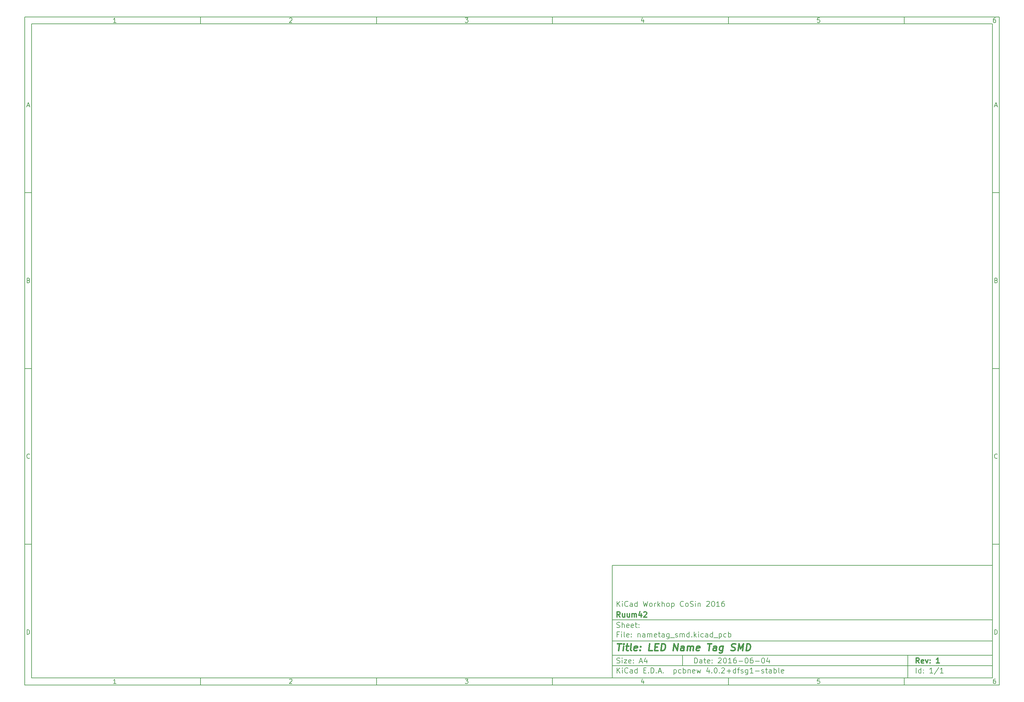
<source format=gbr>
G04 #@! TF.FileFunction,Paste,Bot*
%FSLAX46Y46*%
G04 Gerber Fmt 4.6, Leading zero omitted, Abs format (unit mm)*
G04 Created by KiCad (PCBNEW 4.0.2+dfsg1-stable) date Wed 08 Jun 2016 02:12:19 CEST*
%MOMM*%
G01*
G04 APERTURE LIST*
%ADD10C,0.100000*%
%ADD11C,0.150000*%
%ADD12C,0.300000*%
%ADD13C,0.400000*%
G04 APERTURE END LIST*
D10*
D11*
X177002200Y-166007200D02*
X177002200Y-198007200D01*
X285002200Y-198007200D01*
X285002200Y-166007200D01*
X177002200Y-166007200D01*
D10*
D11*
X10000000Y-10000000D02*
X10000000Y-200007200D01*
X287002200Y-200007200D01*
X287002200Y-10000000D01*
X10000000Y-10000000D01*
D10*
D11*
X12000000Y-12000000D02*
X12000000Y-198007200D01*
X285002200Y-198007200D01*
X285002200Y-12000000D01*
X12000000Y-12000000D01*
D10*
D11*
X60000000Y-12000000D02*
X60000000Y-10000000D01*
D10*
D11*
X110000000Y-12000000D02*
X110000000Y-10000000D01*
D10*
D11*
X160000000Y-12000000D02*
X160000000Y-10000000D01*
D10*
D11*
X210000000Y-12000000D02*
X210000000Y-10000000D01*
D10*
D11*
X260000000Y-12000000D02*
X260000000Y-10000000D01*
D10*
D11*
X35990476Y-11588095D02*
X35247619Y-11588095D01*
X35619048Y-11588095D02*
X35619048Y-10288095D01*
X35495238Y-10473810D01*
X35371429Y-10597619D01*
X35247619Y-10659524D01*
D10*
D11*
X85247619Y-10411905D02*
X85309524Y-10350000D01*
X85433333Y-10288095D01*
X85742857Y-10288095D01*
X85866667Y-10350000D01*
X85928571Y-10411905D01*
X85990476Y-10535714D01*
X85990476Y-10659524D01*
X85928571Y-10845238D01*
X85185714Y-11588095D01*
X85990476Y-11588095D01*
D10*
D11*
X135185714Y-10288095D02*
X135990476Y-10288095D01*
X135557143Y-10783333D01*
X135742857Y-10783333D01*
X135866667Y-10845238D01*
X135928571Y-10907143D01*
X135990476Y-11030952D01*
X135990476Y-11340476D01*
X135928571Y-11464286D01*
X135866667Y-11526190D01*
X135742857Y-11588095D01*
X135371429Y-11588095D01*
X135247619Y-11526190D01*
X135185714Y-11464286D01*
D10*
D11*
X185866667Y-10721429D02*
X185866667Y-11588095D01*
X185557143Y-10226190D02*
X185247619Y-11154762D01*
X186052381Y-11154762D01*
D10*
D11*
X235928571Y-10288095D02*
X235309524Y-10288095D01*
X235247619Y-10907143D01*
X235309524Y-10845238D01*
X235433333Y-10783333D01*
X235742857Y-10783333D01*
X235866667Y-10845238D01*
X235928571Y-10907143D01*
X235990476Y-11030952D01*
X235990476Y-11340476D01*
X235928571Y-11464286D01*
X235866667Y-11526190D01*
X235742857Y-11588095D01*
X235433333Y-11588095D01*
X235309524Y-11526190D01*
X235247619Y-11464286D01*
D10*
D11*
X285866667Y-10288095D02*
X285619048Y-10288095D01*
X285495238Y-10350000D01*
X285433333Y-10411905D01*
X285309524Y-10597619D01*
X285247619Y-10845238D01*
X285247619Y-11340476D01*
X285309524Y-11464286D01*
X285371429Y-11526190D01*
X285495238Y-11588095D01*
X285742857Y-11588095D01*
X285866667Y-11526190D01*
X285928571Y-11464286D01*
X285990476Y-11340476D01*
X285990476Y-11030952D01*
X285928571Y-10907143D01*
X285866667Y-10845238D01*
X285742857Y-10783333D01*
X285495238Y-10783333D01*
X285371429Y-10845238D01*
X285309524Y-10907143D01*
X285247619Y-11030952D01*
D10*
D11*
X60000000Y-198007200D02*
X60000000Y-200007200D01*
D10*
D11*
X110000000Y-198007200D02*
X110000000Y-200007200D01*
D10*
D11*
X160000000Y-198007200D02*
X160000000Y-200007200D01*
D10*
D11*
X210000000Y-198007200D02*
X210000000Y-200007200D01*
D10*
D11*
X260000000Y-198007200D02*
X260000000Y-200007200D01*
D10*
D11*
X35990476Y-199595295D02*
X35247619Y-199595295D01*
X35619048Y-199595295D02*
X35619048Y-198295295D01*
X35495238Y-198481010D01*
X35371429Y-198604819D01*
X35247619Y-198666724D01*
D10*
D11*
X85247619Y-198419105D02*
X85309524Y-198357200D01*
X85433333Y-198295295D01*
X85742857Y-198295295D01*
X85866667Y-198357200D01*
X85928571Y-198419105D01*
X85990476Y-198542914D01*
X85990476Y-198666724D01*
X85928571Y-198852438D01*
X85185714Y-199595295D01*
X85990476Y-199595295D01*
D10*
D11*
X135185714Y-198295295D02*
X135990476Y-198295295D01*
X135557143Y-198790533D01*
X135742857Y-198790533D01*
X135866667Y-198852438D01*
X135928571Y-198914343D01*
X135990476Y-199038152D01*
X135990476Y-199347676D01*
X135928571Y-199471486D01*
X135866667Y-199533390D01*
X135742857Y-199595295D01*
X135371429Y-199595295D01*
X135247619Y-199533390D01*
X135185714Y-199471486D01*
D10*
D11*
X185866667Y-198728629D02*
X185866667Y-199595295D01*
X185557143Y-198233390D02*
X185247619Y-199161962D01*
X186052381Y-199161962D01*
D10*
D11*
X235928571Y-198295295D02*
X235309524Y-198295295D01*
X235247619Y-198914343D01*
X235309524Y-198852438D01*
X235433333Y-198790533D01*
X235742857Y-198790533D01*
X235866667Y-198852438D01*
X235928571Y-198914343D01*
X235990476Y-199038152D01*
X235990476Y-199347676D01*
X235928571Y-199471486D01*
X235866667Y-199533390D01*
X235742857Y-199595295D01*
X235433333Y-199595295D01*
X235309524Y-199533390D01*
X235247619Y-199471486D01*
D10*
D11*
X285866667Y-198295295D02*
X285619048Y-198295295D01*
X285495238Y-198357200D01*
X285433333Y-198419105D01*
X285309524Y-198604819D01*
X285247619Y-198852438D01*
X285247619Y-199347676D01*
X285309524Y-199471486D01*
X285371429Y-199533390D01*
X285495238Y-199595295D01*
X285742857Y-199595295D01*
X285866667Y-199533390D01*
X285928571Y-199471486D01*
X285990476Y-199347676D01*
X285990476Y-199038152D01*
X285928571Y-198914343D01*
X285866667Y-198852438D01*
X285742857Y-198790533D01*
X285495238Y-198790533D01*
X285371429Y-198852438D01*
X285309524Y-198914343D01*
X285247619Y-199038152D01*
D10*
D11*
X10000000Y-60000000D02*
X12000000Y-60000000D01*
D10*
D11*
X10000000Y-110000000D02*
X12000000Y-110000000D01*
D10*
D11*
X10000000Y-160000000D02*
X12000000Y-160000000D01*
D10*
D11*
X10690476Y-35216667D02*
X11309524Y-35216667D01*
X10566667Y-35588095D02*
X11000000Y-34288095D01*
X11433333Y-35588095D01*
D10*
D11*
X11092857Y-84907143D02*
X11278571Y-84969048D01*
X11340476Y-85030952D01*
X11402381Y-85154762D01*
X11402381Y-85340476D01*
X11340476Y-85464286D01*
X11278571Y-85526190D01*
X11154762Y-85588095D01*
X10659524Y-85588095D01*
X10659524Y-84288095D01*
X11092857Y-84288095D01*
X11216667Y-84350000D01*
X11278571Y-84411905D01*
X11340476Y-84535714D01*
X11340476Y-84659524D01*
X11278571Y-84783333D01*
X11216667Y-84845238D01*
X11092857Y-84907143D01*
X10659524Y-84907143D01*
D10*
D11*
X11402381Y-135464286D02*
X11340476Y-135526190D01*
X11154762Y-135588095D01*
X11030952Y-135588095D01*
X10845238Y-135526190D01*
X10721429Y-135402381D01*
X10659524Y-135278571D01*
X10597619Y-135030952D01*
X10597619Y-134845238D01*
X10659524Y-134597619D01*
X10721429Y-134473810D01*
X10845238Y-134350000D01*
X11030952Y-134288095D01*
X11154762Y-134288095D01*
X11340476Y-134350000D01*
X11402381Y-134411905D01*
D10*
D11*
X10659524Y-185588095D02*
X10659524Y-184288095D01*
X10969048Y-184288095D01*
X11154762Y-184350000D01*
X11278571Y-184473810D01*
X11340476Y-184597619D01*
X11402381Y-184845238D01*
X11402381Y-185030952D01*
X11340476Y-185278571D01*
X11278571Y-185402381D01*
X11154762Y-185526190D01*
X10969048Y-185588095D01*
X10659524Y-185588095D01*
D10*
D11*
X287002200Y-60000000D02*
X285002200Y-60000000D01*
D10*
D11*
X287002200Y-110000000D02*
X285002200Y-110000000D01*
D10*
D11*
X287002200Y-160000000D02*
X285002200Y-160000000D01*
D10*
D11*
X285692676Y-35216667D02*
X286311724Y-35216667D01*
X285568867Y-35588095D02*
X286002200Y-34288095D01*
X286435533Y-35588095D01*
D10*
D11*
X286095057Y-84907143D02*
X286280771Y-84969048D01*
X286342676Y-85030952D01*
X286404581Y-85154762D01*
X286404581Y-85340476D01*
X286342676Y-85464286D01*
X286280771Y-85526190D01*
X286156962Y-85588095D01*
X285661724Y-85588095D01*
X285661724Y-84288095D01*
X286095057Y-84288095D01*
X286218867Y-84350000D01*
X286280771Y-84411905D01*
X286342676Y-84535714D01*
X286342676Y-84659524D01*
X286280771Y-84783333D01*
X286218867Y-84845238D01*
X286095057Y-84907143D01*
X285661724Y-84907143D01*
D10*
D11*
X286404581Y-135464286D02*
X286342676Y-135526190D01*
X286156962Y-135588095D01*
X286033152Y-135588095D01*
X285847438Y-135526190D01*
X285723629Y-135402381D01*
X285661724Y-135278571D01*
X285599819Y-135030952D01*
X285599819Y-134845238D01*
X285661724Y-134597619D01*
X285723629Y-134473810D01*
X285847438Y-134350000D01*
X286033152Y-134288095D01*
X286156962Y-134288095D01*
X286342676Y-134350000D01*
X286404581Y-134411905D01*
D10*
D11*
X285661724Y-185588095D02*
X285661724Y-184288095D01*
X285971248Y-184288095D01*
X286156962Y-184350000D01*
X286280771Y-184473810D01*
X286342676Y-184597619D01*
X286404581Y-184845238D01*
X286404581Y-185030952D01*
X286342676Y-185278571D01*
X286280771Y-185402381D01*
X286156962Y-185526190D01*
X285971248Y-185588095D01*
X285661724Y-185588095D01*
D10*
D11*
X200359343Y-193785771D02*
X200359343Y-192285771D01*
X200716486Y-192285771D01*
X200930771Y-192357200D01*
X201073629Y-192500057D01*
X201145057Y-192642914D01*
X201216486Y-192928629D01*
X201216486Y-193142914D01*
X201145057Y-193428629D01*
X201073629Y-193571486D01*
X200930771Y-193714343D01*
X200716486Y-193785771D01*
X200359343Y-193785771D01*
X202502200Y-193785771D02*
X202502200Y-193000057D01*
X202430771Y-192857200D01*
X202287914Y-192785771D01*
X202002200Y-192785771D01*
X201859343Y-192857200D01*
X202502200Y-193714343D02*
X202359343Y-193785771D01*
X202002200Y-193785771D01*
X201859343Y-193714343D01*
X201787914Y-193571486D01*
X201787914Y-193428629D01*
X201859343Y-193285771D01*
X202002200Y-193214343D01*
X202359343Y-193214343D01*
X202502200Y-193142914D01*
X203002200Y-192785771D02*
X203573629Y-192785771D01*
X203216486Y-192285771D02*
X203216486Y-193571486D01*
X203287914Y-193714343D01*
X203430772Y-193785771D01*
X203573629Y-193785771D01*
X204645057Y-193714343D02*
X204502200Y-193785771D01*
X204216486Y-193785771D01*
X204073629Y-193714343D01*
X204002200Y-193571486D01*
X204002200Y-193000057D01*
X204073629Y-192857200D01*
X204216486Y-192785771D01*
X204502200Y-192785771D01*
X204645057Y-192857200D01*
X204716486Y-193000057D01*
X204716486Y-193142914D01*
X204002200Y-193285771D01*
X205359343Y-193642914D02*
X205430771Y-193714343D01*
X205359343Y-193785771D01*
X205287914Y-193714343D01*
X205359343Y-193642914D01*
X205359343Y-193785771D01*
X205359343Y-192857200D02*
X205430771Y-192928629D01*
X205359343Y-193000057D01*
X205287914Y-192928629D01*
X205359343Y-192857200D01*
X205359343Y-193000057D01*
X207145057Y-192428629D02*
X207216486Y-192357200D01*
X207359343Y-192285771D01*
X207716486Y-192285771D01*
X207859343Y-192357200D01*
X207930772Y-192428629D01*
X208002200Y-192571486D01*
X208002200Y-192714343D01*
X207930772Y-192928629D01*
X207073629Y-193785771D01*
X208002200Y-193785771D01*
X208930771Y-192285771D02*
X209073628Y-192285771D01*
X209216485Y-192357200D01*
X209287914Y-192428629D01*
X209359343Y-192571486D01*
X209430771Y-192857200D01*
X209430771Y-193214343D01*
X209359343Y-193500057D01*
X209287914Y-193642914D01*
X209216485Y-193714343D01*
X209073628Y-193785771D01*
X208930771Y-193785771D01*
X208787914Y-193714343D01*
X208716485Y-193642914D01*
X208645057Y-193500057D01*
X208573628Y-193214343D01*
X208573628Y-192857200D01*
X208645057Y-192571486D01*
X208716485Y-192428629D01*
X208787914Y-192357200D01*
X208930771Y-192285771D01*
X210859342Y-193785771D02*
X210002199Y-193785771D01*
X210430771Y-193785771D02*
X210430771Y-192285771D01*
X210287914Y-192500057D01*
X210145056Y-192642914D01*
X210002199Y-192714343D01*
X212145056Y-192285771D02*
X211859342Y-192285771D01*
X211716485Y-192357200D01*
X211645056Y-192428629D01*
X211502199Y-192642914D01*
X211430770Y-192928629D01*
X211430770Y-193500057D01*
X211502199Y-193642914D01*
X211573627Y-193714343D01*
X211716485Y-193785771D01*
X212002199Y-193785771D01*
X212145056Y-193714343D01*
X212216485Y-193642914D01*
X212287913Y-193500057D01*
X212287913Y-193142914D01*
X212216485Y-193000057D01*
X212145056Y-192928629D01*
X212002199Y-192857200D01*
X211716485Y-192857200D01*
X211573627Y-192928629D01*
X211502199Y-193000057D01*
X211430770Y-193142914D01*
X212930770Y-193214343D02*
X214073627Y-193214343D01*
X215073627Y-192285771D02*
X215216484Y-192285771D01*
X215359341Y-192357200D01*
X215430770Y-192428629D01*
X215502199Y-192571486D01*
X215573627Y-192857200D01*
X215573627Y-193214343D01*
X215502199Y-193500057D01*
X215430770Y-193642914D01*
X215359341Y-193714343D01*
X215216484Y-193785771D01*
X215073627Y-193785771D01*
X214930770Y-193714343D01*
X214859341Y-193642914D01*
X214787913Y-193500057D01*
X214716484Y-193214343D01*
X214716484Y-192857200D01*
X214787913Y-192571486D01*
X214859341Y-192428629D01*
X214930770Y-192357200D01*
X215073627Y-192285771D01*
X216859341Y-192285771D02*
X216573627Y-192285771D01*
X216430770Y-192357200D01*
X216359341Y-192428629D01*
X216216484Y-192642914D01*
X216145055Y-192928629D01*
X216145055Y-193500057D01*
X216216484Y-193642914D01*
X216287912Y-193714343D01*
X216430770Y-193785771D01*
X216716484Y-193785771D01*
X216859341Y-193714343D01*
X216930770Y-193642914D01*
X217002198Y-193500057D01*
X217002198Y-193142914D01*
X216930770Y-193000057D01*
X216859341Y-192928629D01*
X216716484Y-192857200D01*
X216430770Y-192857200D01*
X216287912Y-192928629D01*
X216216484Y-193000057D01*
X216145055Y-193142914D01*
X217645055Y-193214343D02*
X218787912Y-193214343D01*
X219787912Y-192285771D02*
X219930769Y-192285771D01*
X220073626Y-192357200D01*
X220145055Y-192428629D01*
X220216484Y-192571486D01*
X220287912Y-192857200D01*
X220287912Y-193214343D01*
X220216484Y-193500057D01*
X220145055Y-193642914D01*
X220073626Y-193714343D01*
X219930769Y-193785771D01*
X219787912Y-193785771D01*
X219645055Y-193714343D01*
X219573626Y-193642914D01*
X219502198Y-193500057D01*
X219430769Y-193214343D01*
X219430769Y-192857200D01*
X219502198Y-192571486D01*
X219573626Y-192428629D01*
X219645055Y-192357200D01*
X219787912Y-192285771D01*
X221573626Y-192785771D02*
X221573626Y-193785771D01*
X221216483Y-192214343D02*
X220859340Y-193285771D01*
X221787912Y-193285771D01*
D10*
D11*
X177002200Y-194507200D02*
X285002200Y-194507200D01*
D10*
D11*
X178359343Y-196585771D02*
X178359343Y-195085771D01*
X179216486Y-196585771D02*
X178573629Y-195728629D01*
X179216486Y-195085771D02*
X178359343Y-195942914D01*
X179859343Y-196585771D02*
X179859343Y-195585771D01*
X179859343Y-195085771D02*
X179787914Y-195157200D01*
X179859343Y-195228629D01*
X179930771Y-195157200D01*
X179859343Y-195085771D01*
X179859343Y-195228629D01*
X181430772Y-196442914D02*
X181359343Y-196514343D01*
X181145057Y-196585771D01*
X181002200Y-196585771D01*
X180787915Y-196514343D01*
X180645057Y-196371486D01*
X180573629Y-196228629D01*
X180502200Y-195942914D01*
X180502200Y-195728629D01*
X180573629Y-195442914D01*
X180645057Y-195300057D01*
X180787915Y-195157200D01*
X181002200Y-195085771D01*
X181145057Y-195085771D01*
X181359343Y-195157200D01*
X181430772Y-195228629D01*
X182716486Y-196585771D02*
X182716486Y-195800057D01*
X182645057Y-195657200D01*
X182502200Y-195585771D01*
X182216486Y-195585771D01*
X182073629Y-195657200D01*
X182716486Y-196514343D02*
X182573629Y-196585771D01*
X182216486Y-196585771D01*
X182073629Y-196514343D01*
X182002200Y-196371486D01*
X182002200Y-196228629D01*
X182073629Y-196085771D01*
X182216486Y-196014343D01*
X182573629Y-196014343D01*
X182716486Y-195942914D01*
X184073629Y-196585771D02*
X184073629Y-195085771D01*
X184073629Y-196514343D02*
X183930772Y-196585771D01*
X183645058Y-196585771D01*
X183502200Y-196514343D01*
X183430772Y-196442914D01*
X183359343Y-196300057D01*
X183359343Y-195871486D01*
X183430772Y-195728629D01*
X183502200Y-195657200D01*
X183645058Y-195585771D01*
X183930772Y-195585771D01*
X184073629Y-195657200D01*
X185930772Y-195800057D02*
X186430772Y-195800057D01*
X186645058Y-196585771D02*
X185930772Y-196585771D01*
X185930772Y-195085771D01*
X186645058Y-195085771D01*
X187287915Y-196442914D02*
X187359343Y-196514343D01*
X187287915Y-196585771D01*
X187216486Y-196514343D01*
X187287915Y-196442914D01*
X187287915Y-196585771D01*
X188002201Y-196585771D02*
X188002201Y-195085771D01*
X188359344Y-195085771D01*
X188573629Y-195157200D01*
X188716487Y-195300057D01*
X188787915Y-195442914D01*
X188859344Y-195728629D01*
X188859344Y-195942914D01*
X188787915Y-196228629D01*
X188716487Y-196371486D01*
X188573629Y-196514343D01*
X188359344Y-196585771D01*
X188002201Y-196585771D01*
X189502201Y-196442914D02*
X189573629Y-196514343D01*
X189502201Y-196585771D01*
X189430772Y-196514343D01*
X189502201Y-196442914D01*
X189502201Y-196585771D01*
X190145058Y-196157200D02*
X190859344Y-196157200D01*
X190002201Y-196585771D02*
X190502201Y-195085771D01*
X191002201Y-196585771D01*
X191502201Y-196442914D02*
X191573629Y-196514343D01*
X191502201Y-196585771D01*
X191430772Y-196514343D01*
X191502201Y-196442914D01*
X191502201Y-196585771D01*
X194502201Y-195585771D02*
X194502201Y-197085771D01*
X194502201Y-195657200D02*
X194645058Y-195585771D01*
X194930772Y-195585771D01*
X195073629Y-195657200D01*
X195145058Y-195728629D01*
X195216487Y-195871486D01*
X195216487Y-196300057D01*
X195145058Y-196442914D01*
X195073629Y-196514343D01*
X194930772Y-196585771D01*
X194645058Y-196585771D01*
X194502201Y-196514343D01*
X196502201Y-196514343D02*
X196359344Y-196585771D01*
X196073630Y-196585771D01*
X195930772Y-196514343D01*
X195859344Y-196442914D01*
X195787915Y-196300057D01*
X195787915Y-195871486D01*
X195859344Y-195728629D01*
X195930772Y-195657200D01*
X196073630Y-195585771D01*
X196359344Y-195585771D01*
X196502201Y-195657200D01*
X197145058Y-196585771D02*
X197145058Y-195085771D01*
X197145058Y-195657200D02*
X197287915Y-195585771D01*
X197573629Y-195585771D01*
X197716486Y-195657200D01*
X197787915Y-195728629D01*
X197859344Y-195871486D01*
X197859344Y-196300057D01*
X197787915Y-196442914D01*
X197716486Y-196514343D01*
X197573629Y-196585771D01*
X197287915Y-196585771D01*
X197145058Y-196514343D01*
X198502201Y-195585771D02*
X198502201Y-196585771D01*
X198502201Y-195728629D02*
X198573629Y-195657200D01*
X198716487Y-195585771D01*
X198930772Y-195585771D01*
X199073629Y-195657200D01*
X199145058Y-195800057D01*
X199145058Y-196585771D01*
X200430772Y-196514343D02*
X200287915Y-196585771D01*
X200002201Y-196585771D01*
X199859344Y-196514343D01*
X199787915Y-196371486D01*
X199787915Y-195800057D01*
X199859344Y-195657200D01*
X200002201Y-195585771D01*
X200287915Y-195585771D01*
X200430772Y-195657200D01*
X200502201Y-195800057D01*
X200502201Y-195942914D01*
X199787915Y-196085771D01*
X201002201Y-195585771D02*
X201287915Y-196585771D01*
X201573629Y-195871486D01*
X201859344Y-196585771D01*
X202145058Y-195585771D01*
X204502201Y-195585771D02*
X204502201Y-196585771D01*
X204145058Y-195014343D02*
X203787915Y-196085771D01*
X204716487Y-196085771D01*
X205287915Y-196442914D02*
X205359343Y-196514343D01*
X205287915Y-196585771D01*
X205216486Y-196514343D01*
X205287915Y-196442914D01*
X205287915Y-196585771D01*
X206287915Y-195085771D02*
X206430772Y-195085771D01*
X206573629Y-195157200D01*
X206645058Y-195228629D01*
X206716487Y-195371486D01*
X206787915Y-195657200D01*
X206787915Y-196014343D01*
X206716487Y-196300057D01*
X206645058Y-196442914D01*
X206573629Y-196514343D01*
X206430772Y-196585771D01*
X206287915Y-196585771D01*
X206145058Y-196514343D01*
X206073629Y-196442914D01*
X206002201Y-196300057D01*
X205930772Y-196014343D01*
X205930772Y-195657200D01*
X206002201Y-195371486D01*
X206073629Y-195228629D01*
X206145058Y-195157200D01*
X206287915Y-195085771D01*
X207430772Y-196442914D02*
X207502200Y-196514343D01*
X207430772Y-196585771D01*
X207359343Y-196514343D01*
X207430772Y-196442914D01*
X207430772Y-196585771D01*
X208073629Y-195228629D02*
X208145058Y-195157200D01*
X208287915Y-195085771D01*
X208645058Y-195085771D01*
X208787915Y-195157200D01*
X208859344Y-195228629D01*
X208930772Y-195371486D01*
X208930772Y-195514343D01*
X208859344Y-195728629D01*
X208002201Y-196585771D01*
X208930772Y-196585771D01*
X209573629Y-196014343D02*
X210716486Y-196014343D01*
X210145057Y-196585771D02*
X210145057Y-195442914D01*
X212073629Y-196585771D02*
X212073629Y-195085771D01*
X212073629Y-196514343D02*
X211930772Y-196585771D01*
X211645058Y-196585771D01*
X211502200Y-196514343D01*
X211430772Y-196442914D01*
X211359343Y-196300057D01*
X211359343Y-195871486D01*
X211430772Y-195728629D01*
X211502200Y-195657200D01*
X211645058Y-195585771D01*
X211930772Y-195585771D01*
X212073629Y-195657200D01*
X212573629Y-195585771D02*
X213145058Y-195585771D01*
X212787915Y-196585771D02*
X212787915Y-195300057D01*
X212859343Y-195157200D01*
X213002201Y-195085771D01*
X213145058Y-195085771D01*
X213573629Y-196514343D02*
X213716486Y-196585771D01*
X214002201Y-196585771D01*
X214145058Y-196514343D01*
X214216486Y-196371486D01*
X214216486Y-196300057D01*
X214145058Y-196157200D01*
X214002201Y-196085771D01*
X213787915Y-196085771D01*
X213645058Y-196014343D01*
X213573629Y-195871486D01*
X213573629Y-195800057D01*
X213645058Y-195657200D01*
X213787915Y-195585771D01*
X214002201Y-195585771D01*
X214145058Y-195657200D01*
X215502201Y-195585771D02*
X215502201Y-196800057D01*
X215430772Y-196942914D01*
X215359344Y-197014343D01*
X215216487Y-197085771D01*
X215002201Y-197085771D01*
X214859344Y-197014343D01*
X215502201Y-196514343D02*
X215359344Y-196585771D01*
X215073630Y-196585771D01*
X214930772Y-196514343D01*
X214859344Y-196442914D01*
X214787915Y-196300057D01*
X214787915Y-195871486D01*
X214859344Y-195728629D01*
X214930772Y-195657200D01*
X215073630Y-195585771D01*
X215359344Y-195585771D01*
X215502201Y-195657200D01*
X217002201Y-196585771D02*
X216145058Y-196585771D01*
X216573630Y-196585771D02*
X216573630Y-195085771D01*
X216430773Y-195300057D01*
X216287915Y-195442914D01*
X216145058Y-195514343D01*
X217645058Y-196014343D02*
X218787915Y-196014343D01*
X219430772Y-196514343D02*
X219573629Y-196585771D01*
X219859344Y-196585771D01*
X220002201Y-196514343D01*
X220073629Y-196371486D01*
X220073629Y-196300057D01*
X220002201Y-196157200D01*
X219859344Y-196085771D01*
X219645058Y-196085771D01*
X219502201Y-196014343D01*
X219430772Y-195871486D01*
X219430772Y-195800057D01*
X219502201Y-195657200D01*
X219645058Y-195585771D01*
X219859344Y-195585771D01*
X220002201Y-195657200D01*
X220502201Y-195585771D02*
X221073630Y-195585771D01*
X220716487Y-195085771D02*
X220716487Y-196371486D01*
X220787915Y-196514343D01*
X220930773Y-196585771D01*
X221073630Y-196585771D01*
X222216487Y-196585771D02*
X222216487Y-195800057D01*
X222145058Y-195657200D01*
X222002201Y-195585771D01*
X221716487Y-195585771D01*
X221573630Y-195657200D01*
X222216487Y-196514343D02*
X222073630Y-196585771D01*
X221716487Y-196585771D01*
X221573630Y-196514343D01*
X221502201Y-196371486D01*
X221502201Y-196228629D01*
X221573630Y-196085771D01*
X221716487Y-196014343D01*
X222073630Y-196014343D01*
X222216487Y-195942914D01*
X222930773Y-196585771D02*
X222930773Y-195085771D01*
X222930773Y-195657200D02*
X223073630Y-195585771D01*
X223359344Y-195585771D01*
X223502201Y-195657200D01*
X223573630Y-195728629D01*
X223645059Y-195871486D01*
X223645059Y-196300057D01*
X223573630Y-196442914D01*
X223502201Y-196514343D01*
X223359344Y-196585771D01*
X223073630Y-196585771D01*
X222930773Y-196514343D01*
X224502202Y-196585771D02*
X224359344Y-196514343D01*
X224287916Y-196371486D01*
X224287916Y-195085771D01*
X225645058Y-196514343D02*
X225502201Y-196585771D01*
X225216487Y-196585771D01*
X225073630Y-196514343D01*
X225002201Y-196371486D01*
X225002201Y-195800057D01*
X225073630Y-195657200D01*
X225216487Y-195585771D01*
X225502201Y-195585771D01*
X225645058Y-195657200D01*
X225716487Y-195800057D01*
X225716487Y-195942914D01*
X225002201Y-196085771D01*
D10*
D11*
X177002200Y-191507200D02*
X285002200Y-191507200D01*
D10*
D12*
X264216486Y-193785771D02*
X263716486Y-193071486D01*
X263359343Y-193785771D02*
X263359343Y-192285771D01*
X263930771Y-192285771D01*
X264073629Y-192357200D01*
X264145057Y-192428629D01*
X264216486Y-192571486D01*
X264216486Y-192785771D01*
X264145057Y-192928629D01*
X264073629Y-193000057D01*
X263930771Y-193071486D01*
X263359343Y-193071486D01*
X265430771Y-193714343D02*
X265287914Y-193785771D01*
X265002200Y-193785771D01*
X264859343Y-193714343D01*
X264787914Y-193571486D01*
X264787914Y-193000057D01*
X264859343Y-192857200D01*
X265002200Y-192785771D01*
X265287914Y-192785771D01*
X265430771Y-192857200D01*
X265502200Y-193000057D01*
X265502200Y-193142914D01*
X264787914Y-193285771D01*
X266002200Y-192785771D02*
X266359343Y-193785771D01*
X266716485Y-192785771D01*
X267287914Y-193642914D02*
X267359342Y-193714343D01*
X267287914Y-193785771D01*
X267216485Y-193714343D01*
X267287914Y-193642914D01*
X267287914Y-193785771D01*
X267287914Y-192857200D02*
X267359342Y-192928629D01*
X267287914Y-193000057D01*
X267216485Y-192928629D01*
X267287914Y-192857200D01*
X267287914Y-193000057D01*
X269930771Y-193785771D02*
X269073628Y-193785771D01*
X269502200Y-193785771D02*
X269502200Y-192285771D01*
X269359343Y-192500057D01*
X269216485Y-192642914D01*
X269073628Y-192714343D01*
D10*
D11*
X178287914Y-193714343D02*
X178502200Y-193785771D01*
X178859343Y-193785771D01*
X179002200Y-193714343D01*
X179073629Y-193642914D01*
X179145057Y-193500057D01*
X179145057Y-193357200D01*
X179073629Y-193214343D01*
X179002200Y-193142914D01*
X178859343Y-193071486D01*
X178573629Y-193000057D01*
X178430771Y-192928629D01*
X178359343Y-192857200D01*
X178287914Y-192714343D01*
X178287914Y-192571486D01*
X178359343Y-192428629D01*
X178430771Y-192357200D01*
X178573629Y-192285771D01*
X178930771Y-192285771D01*
X179145057Y-192357200D01*
X179787914Y-193785771D02*
X179787914Y-192785771D01*
X179787914Y-192285771D02*
X179716485Y-192357200D01*
X179787914Y-192428629D01*
X179859342Y-192357200D01*
X179787914Y-192285771D01*
X179787914Y-192428629D01*
X180359343Y-192785771D02*
X181145057Y-192785771D01*
X180359343Y-193785771D01*
X181145057Y-193785771D01*
X182287914Y-193714343D02*
X182145057Y-193785771D01*
X181859343Y-193785771D01*
X181716486Y-193714343D01*
X181645057Y-193571486D01*
X181645057Y-193000057D01*
X181716486Y-192857200D01*
X181859343Y-192785771D01*
X182145057Y-192785771D01*
X182287914Y-192857200D01*
X182359343Y-193000057D01*
X182359343Y-193142914D01*
X181645057Y-193285771D01*
X183002200Y-193642914D02*
X183073628Y-193714343D01*
X183002200Y-193785771D01*
X182930771Y-193714343D01*
X183002200Y-193642914D01*
X183002200Y-193785771D01*
X183002200Y-192857200D02*
X183073628Y-192928629D01*
X183002200Y-193000057D01*
X182930771Y-192928629D01*
X183002200Y-192857200D01*
X183002200Y-193000057D01*
X184787914Y-193357200D02*
X185502200Y-193357200D01*
X184645057Y-193785771D02*
X185145057Y-192285771D01*
X185645057Y-193785771D01*
X186787914Y-192785771D02*
X186787914Y-193785771D01*
X186430771Y-192214343D02*
X186073628Y-193285771D01*
X187002200Y-193285771D01*
D10*
D11*
X263359343Y-196585771D02*
X263359343Y-195085771D01*
X264716486Y-196585771D02*
X264716486Y-195085771D01*
X264716486Y-196514343D02*
X264573629Y-196585771D01*
X264287915Y-196585771D01*
X264145057Y-196514343D01*
X264073629Y-196442914D01*
X264002200Y-196300057D01*
X264002200Y-195871486D01*
X264073629Y-195728629D01*
X264145057Y-195657200D01*
X264287915Y-195585771D01*
X264573629Y-195585771D01*
X264716486Y-195657200D01*
X265430772Y-196442914D02*
X265502200Y-196514343D01*
X265430772Y-196585771D01*
X265359343Y-196514343D01*
X265430772Y-196442914D01*
X265430772Y-196585771D01*
X265430772Y-195657200D02*
X265502200Y-195728629D01*
X265430772Y-195800057D01*
X265359343Y-195728629D01*
X265430772Y-195657200D01*
X265430772Y-195800057D01*
X268073629Y-196585771D02*
X267216486Y-196585771D01*
X267645058Y-196585771D02*
X267645058Y-195085771D01*
X267502201Y-195300057D01*
X267359343Y-195442914D01*
X267216486Y-195514343D01*
X269787914Y-195014343D02*
X268502200Y-196942914D01*
X271073629Y-196585771D02*
X270216486Y-196585771D01*
X270645058Y-196585771D02*
X270645058Y-195085771D01*
X270502201Y-195300057D01*
X270359343Y-195442914D01*
X270216486Y-195514343D01*
D10*
D11*
X177002200Y-187507200D02*
X285002200Y-187507200D01*
D10*
D13*
X178454581Y-188211962D02*
X179597438Y-188211962D01*
X178776010Y-190211962D02*
X179026010Y-188211962D01*
X180014105Y-190211962D02*
X180180771Y-188878629D01*
X180264105Y-188211962D02*
X180156962Y-188307200D01*
X180240295Y-188402438D01*
X180347439Y-188307200D01*
X180264105Y-188211962D01*
X180240295Y-188402438D01*
X180847438Y-188878629D02*
X181609343Y-188878629D01*
X181216486Y-188211962D02*
X181002200Y-189926248D01*
X181073630Y-190116724D01*
X181252201Y-190211962D01*
X181442677Y-190211962D01*
X182395058Y-190211962D02*
X182216487Y-190116724D01*
X182145057Y-189926248D01*
X182359343Y-188211962D01*
X183930772Y-190116724D02*
X183728391Y-190211962D01*
X183347439Y-190211962D01*
X183168867Y-190116724D01*
X183097438Y-189926248D01*
X183192676Y-189164343D01*
X183311724Y-188973867D01*
X183514105Y-188878629D01*
X183895057Y-188878629D01*
X184073629Y-188973867D01*
X184145057Y-189164343D01*
X184121248Y-189354819D01*
X183145057Y-189545295D01*
X184895057Y-190021486D02*
X184978392Y-190116724D01*
X184871248Y-190211962D01*
X184787915Y-190116724D01*
X184895057Y-190021486D01*
X184871248Y-190211962D01*
X185026010Y-188973867D02*
X185109344Y-189069105D01*
X185002200Y-189164343D01*
X184918867Y-189069105D01*
X185026010Y-188973867D01*
X185002200Y-189164343D01*
X188299820Y-190211962D02*
X187347439Y-190211962D01*
X187597439Y-188211962D01*
X189097439Y-189164343D02*
X189764106Y-189164343D01*
X189918868Y-190211962D02*
X188966487Y-190211962D01*
X189216487Y-188211962D01*
X190168868Y-188211962D01*
X190776011Y-190211962D02*
X191026011Y-188211962D01*
X191502202Y-188211962D01*
X191776011Y-188307200D01*
X191942678Y-188497676D01*
X192014107Y-188688152D01*
X192061726Y-189069105D01*
X192026012Y-189354819D01*
X191883155Y-189735771D01*
X191764106Y-189926248D01*
X191549821Y-190116724D01*
X191252202Y-190211962D01*
X190776011Y-190211962D01*
X194299821Y-190211962D02*
X194549821Y-188211962D01*
X195442679Y-190211962D01*
X195692679Y-188211962D01*
X197252202Y-190211962D02*
X197383154Y-189164343D01*
X197311726Y-188973867D01*
X197133154Y-188878629D01*
X196752202Y-188878629D01*
X196549821Y-188973867D01*
X197264107Y-190116724D02*
X197061726Y-190211962D01*
X196585536Y-190211962D01*
X196406964Y-190116724D01*
X196335535Y-189926248D01*
X196359345Y-189735771D01*
X196478392Y-189545295D01*
X196680774Y-189450057D01*
X197156964Y-189450057D01*
X197359345Y-189354819D01*
X198204583Y-190211962D02*
X198371249Y-188878629D01*
X198347440Y-189069105D02*
X198454584Y-188973867D01*
X198656964Y-188878629D01*
X198942678Y-188878629D01*
X199121250Y-188973867D01*
X199192678Y-189164343D01*
X199061726Y-190211962D01*
X199192678Y-189164343D02*
X199311726Y-188973867D01*
X199514107Y-188878629D01*
X199799821Y-188878629D01*
X199978393Y-188973867D01*
X200049821Y-189164343D01*
X199918869Y-190211962D01*
X201645060Y-190116724D02*
X201442679Y-190211962D01*
X201061727Y-190211962D01*
X200883155Y-190116724D01*
X200811726Y-189926248D01*
X200906964Y-189164343D01*
X201026012Y-188973867D01*
X201228393Y-188878629D01*
X201609345Y-188878629D01*
X201787917Y-188973867D01*
X201859345Y-189164343D01*
X201835536Y-189354819D01*
X200859345Y-189545295D01*
X204073632Y-188211962D02*
X205216489Y-188211962D01*
X204395061Y-190211962D02*
X204645061Y-188211962D01*
X206490299Y-190211962D02*
X206621251Y-189164343D01*
X206549823Y-188973867D01*
X206371251Y-188878629D01*
X205990299Y-188878629D01*
X205787918Y-188973867D01*
X206502204Y-190116724D02*
X206299823Y-190211962D01*
X205823633Y-190211962D01*
X205645061Y-190116724D01*
X205573632Y-189926248D01*
X205597442Y-189735771D01*
X205716489Y-189545295D01*
X205918871Y-189450057D01*
X206395061Y-189450057D01*
X206597442Y-189354819D01*
X208466489Y-188878629D02*
X208264108Y-190497676D01*
X208145061Y-190688152D01*
X208037918Y-190783390D01*
X207835537Y-190878629D01*
X207549823Y-190878629D01*
X207371251Y-190783390D01*
X208311728Y-190116724D02*
X208109347Y-190211962D01*
X207728395Y-190211962D01*
X207549824Y-190116724D01*
X207466489Y-190021486D01*
X207395061Y-189831010D01*
X207466489Y-189259581D01*
X207585537Y-189069105D01*
X207692681Y-188973867D01*
X207895061Y-188878629D01*
X208276013Y-188878629D01*
X208454585Y-188973867D01*
X210692681Y-190116724D02*
X210966491Y-190211962D01*
X211442681Y-190211962D01*
X211645062Y-190116724D01*
X211752204Y-190021486D01*
X211871253Y-189831010D01*
X211895062Y-189640533D01*
X211823633Y-189450057D01*
X211740300Y-189354819D01*
X211561728Y-189259581D01*
X211192681Y-189164343D01*
X211014110Y-189069105D01*
X210930776Y-188973867D01*
X210859347Y-188783390D01*
X210883157Y-188592914D01*
X211002204Y-188402438D01*
X211109348Y-188307200D01*
X211311729Y-188211962D01*
X211787919Y-188211962D01*
X212061729Y-188307200D01*
X212680776Y-190211962D02*
X212930776Y-188211962D01*
X213418871Y-189640533D01*
X214264110Y-188211962D01*
X214014110Y-190211962D01*
X214966490Y-190211962D02*
X215216490Y-188211962D01*
X215692681Y-188211962D01*
X215966490Y-188307200D01*
X216133157Y-188497676D01*
X216204586Y-188688152D01*
X216252205Y-189069105D01*
X216216491Y-189354819D01*
X216073634Y-189735771D01*
X215954585Y-189926248D01*
X215740300Y-190116724D01*
X215442681Y-190211962D01*
X214966490Y-190211962D01*
D10*
D11*
X178859343Y-185600057D02*
X178359343Y-185600057D01*
X178359343Y-186385771D02*
X178359343Y-184885771D01*
X179073629Y-184885771D01*
X179645057Y-186385771D02*
X179645057Y-185385771D01*
X179645057Y-184885771D02*
X179573628Y-184957200D01*
X179645057Y-185028629D01*
X179716485Y-184957200D01*
X179645057Y-184885771D01*
X179645057Y-185028629D01*
X180573629Y-186385771D02*
X180430771Y-186314343D01*
X180359343Y-186171486D01*
X180359343Y-184885771D01*
X181716485Y-186314343D02*
X181573628Y-186385771D01*
X181287914Y-186385771D01*
X181145057Y-186314343D01*
X181073628Y-186171486D01*
X181073628Y-185600057D01*
X181145057Y-185457200D01*
X181287914Y-185385771D01*
X181573628Y-185385771D01*
X181716485Y-185457200D01*
X181787914Y-185600057D01*
X181787914Y-185742914D01*
X181073628Y-185885771D01*
X182430771Y-186242914D02*
X182502199Y-186314343D01*
X182430771Y-186385771D01*
X182359342Y-186314343D01*
X182430771Y-186242914D01*
X182430771Y-186385771D01*
X182430771Y-185457200D02*
X182502199Y-185528629D01*
X182430771Y-185600057D01*
X182359342Y-185528629D01*
X182430771Y-185457200D01*
X182430771Y-185600057D01*
X184287914Y-185385771D02*
X184287914Y-186385771D01*
X184287914Y-185528629D02*
X184359342Y-185457200D01*
X184502200Y-185385771D01*
X184716485Y-185385771D01*
X184859342Y-185457200D01*
X184930771Y-185600057D01*
X184930771Y-186385771D01*
X186287914Y-186385771D02*
X186287914Y-185600057D01*
X186216485Y-185457200D01*
X186073628Y-185385771D01*
X185787914Y-185385771D01*
X185645057Y-185457200D01*
X186287914Y-186314343D02*
X186145057Y-186385771D01*
X185787914Y-186385771D01*
X185645057Y-186314343D01*
X185573628Y-186171486D01*
X185573628Y-186028629D01*
X185645057Y-185885771D01*
X185787914Y-185814343D01*
X186145057Y-185814343D01*
X186287914Y-185742914D01*
X187002200Y-186385771D02*
X187002200Y-185385771D01*
X187002200Y-185528629D02*
X187073628Y-185457200D01*
X187216486Y-185385771D01*
X187430771Y-185385771D01*
X187573628Y-185457200D01*
X187645057Y-185600057D01*
X187645057Y-186385771D01*
X187645057Y-185600057D02*
X187716486Y-185457200D01*
X187859343Y-185385771D01*
X188073628Y-185385771D01*
X188216486Y-185457200D01*
X188287914Y-185600057D01*
X188287914Y-186385771D01*
X189573628Y-186314343D02*
X189430771Y-186385771D01*
X189145057Y-186385771D01*
X189002200Y-186314343D01*
X188930771Y-186171486D01*
X188930771Y-185600057D01*
X189002200Y-185457200D01*
X189145057Y-185385771D01*
X189430771Y-185385771D01*
X189573628Y-185457200D01*
X189645057Y-185600057D01*
X189645057Y-185742914D01*
X188930771Y-185885771D01*
X190073628Y-185385771D02*
X190645057Y-185385771D01*
X190287914Y-184885771D02*
X190287914Y-186171486D01*
X190359342Y-186314343D01*
X190502200Y-186385771D01*
X190645057Y-186385771D01*
X191787914Y-186385771D02*
X191787914Y-185600057D01*
X191716485Y-185457200D01*
X191573628Y-185385771D01*
X191287914Y-185385771D01*
X191145057Y-185457200D01*
X191787914Y-186314343D02*
X191645057Y-186385771D01*
X191287914Y-186385771D01*
X191145057Y-186314343D01*
X191073628Y-186171486D01*
X191073628Y-186028629D01*
X191145057Y-185885771D01*
X191287914Y-185814343D01*
X191645057Y-185814343D01*
X191787914Y-185742914D01*
X193145057Y-185385771D02*
X193145057Y-186600057D01*
X193073628Y-186742914D01*
X193002200Y-186814343D01*
X192859343Y-186885771D01*
X192645057Y-186885771D01*
X192502200Y-186814343D01*
X193145057Y-186314343D02*
X193002200Y-186385771D01*
X192716486Y-186385771D01*
X192573628Y-186314343D01*
X192502200Y-186242914D01*
X192430771Y-186100057D01*
X192430771Y-185671486D01*
X192502200Y-185528629D01*
X192573628Y-185457200D01*
X192716486Y-185385771D01*
X193002200Y-185385771D01*
X193145057Y-185457200D01*
X193502200Y-186528629D02*
X194645057Y-186528629D01*
X194930771Y-186314343D02*
X195073628Y-186385771D01*
X195359343Y-186385771D01*
X195502200Y-186314343D01*
X195573628Y-186171486D01*
X195573628Y-186100057D01*
X195502200Y-185957200D01*
X195359343Y-185885771D01*
X195145057Y-185885771D01*
X195002200Y-185814343D01*
X194930771Y-185671486D01*
X194930771Y-185600057D01*
X195002200Y-185457200D01*
X195145057Y-185385771D01*
X195359343Y-185385771D01*
X195502200Y-185457200D01*
X196216486Y-186385771D02*
X196216486Y-185385771D01*
X196216486Y-185528629D02*
X196287914Y-185457200D01*
X196430772Y-185385771D01*
X196645057Y-185385771D01*
X196787914Y-185457200D01*
X196859343Y-185600057D01*
X196859343Y-186385771D01*
X196859343Y-185600057D02*
X196930772Y-185457200D01*
X197073629Y-185385771D01*
X197287914Y-185385771D01*
X197430772Y-185457200D01*
X197502200Y-185600057D01*
X197502200Y-186385771D01*
X198859343Y-186385771D02*
X198859343Y-184885771D01*
X198859343Y-186314343D02*
X198716486Y-186385771D01*
X198430772Y-186385771D01*
X198287914Y-186314343D01*
X198216486Y-186242914D01*
X198145057Y-186100057D01*
X198145057Y-185671486D01*
X198216486Y-185528629D01*
X198287914Y-185457200D01*
X198430772Y-185385771D01*
X198716486Y-185385771D01*
X198859343Y-185457200D01*
X199573629Y-186242914D02*
X199645057Y-186314343D01*
X199573629Y-186385771D01*
X199502200Y-186314343D01*
X199573629Y-186242914D01*
X199573629Y-186385771D01*
X200287915Y-186385771D02*
X200287915Y-184885771D01*
X200430772Y-185814343D02*
X200859343Y-186385771D01*
X200859343Y-185385771D02*
X200287915Y-185957200D01*
X201502201Y-186385771D02*
X201502201Y-185385771D01*
X201502201Y-184885771D02*
X201430772Y-184957200D01*
X201502201Y-185028629D01*
X201573629Y-184957200D01*
X201502201Y-184885771D01*
X201502201Y-185028629D01*
X202859344Y-186314343D02*
X202716487Y-186385771D01*
X202430773Y-186385771D01*
X202287915Y-186314343D01*
X202216487Y-186242914D01*
X202145058Y-186100057D01*
X202145058Y-185671486D01*
X202216487Y-185528629D01*
X202287915Y-185457200D01*
X202430773Y-185385771D01*
X202716487Y-185385771D01*
X202859344Y-185457200D01*
X204145058Y-186385771D02*
X204145058Y-185600057D01*
X204073629Y-185457200D01*
X203930772Y-185385771D01*
X203645058Y-185385771D01*
X203502201Y-185457200D01*
X204145058Y-186314343D02*
X204002201Y-186385771D01*
X203645058Y-186385771D01*
X203502201Y-186314343D01*
X203430772Y-186171486D01*
X203430772Y-186028629D01*
X203502201Y-185885771D01*
X203645058Y-185814343D01*
X204002201Y-185814343D01*
X204145058Y-185742914D01*
X205502201Y-186385771D02*
X205502201Y-184885771D01*
X205502201Y-186314343D02*
X205359344Y-186385771D01*
X205073630Y-186385771D01*
X204930772Y-186314343D01*
X204859344Y-186242914D01*
X204787915Y-186100057D01*
X204787915Y-185671486D01*
X204859344Y-185528629D01*
X204930772Y-185457200D01*
X205073630Y-185385771D01*
X205359344Y-185385771D01*
X205502201Y-185457200D01*
X205859344Y-186528629D02*
X207002201Y-186528629D01*
X207359344Y-185385771D02*
X207359344Y-186885771D01*
X207359344Y-185457200D02*
X207502201Y-185385771D01*
X207787915Y-185385771D01*
X207930772Y-185457200D01*
X208002201Y-185528629D01*
X208073630Y-185671486D01*
X208073630Y-186100057D01*
X208002201Y-186242914D01*
X207930772Y-186314343D01*
X207787915Y-186385771D01*
X207502201Y-186385771D01*
X207359344Y-186314343D01*
X209359344Y-186314343D02*
X209216487Y-186385771D01*
X208930773Y-186385771D01*
X208787915Y-186314343D01*
X208716487Y-186242914D01*
X208645058Y-186100057D01*
X208645058Y-185671486D01*
X208716487Y-185528629D01*
X208787915Y-185457200D01*
X208930773Y-185385771D01*
X209216487Y-185385771D01*
X209359344Y-185457200D01*
X210002201Y-186385771D02*
X210002201Y-184885771D01*
X210002201Y-185457200D02*
X210145058Y-185385771D01*
X210430772Y-185385771D01*
X210573629Y-185457200D01*
X210645058Y-185528629D01*
X210716487Y-185671486D01*
X210716487Y-186100057D01*
X210645058Y-186242914D01*
X210573629Y-186314343D01*
X210430772Y-186385771D01*
X210145058Y-186385771D01*
X210002201Y-186314343D01*
D10*
D11*
X177002200Y-181507200D02*
X285002200Y-181507200D01*
D10*
D11*
X178287914Y-183614343D02*
X178502200Y-183685771D01*
X178859343Y-183685771D01*
X179002200Y-183614343D01*
X179073629Y-183542914D01*
X179145057Y-183400057D01*
X179145057Y-183257200D01*
X179073629Y-183114343D01*
X179002200Y-183042914D01*
X178859343Y-182971486D01*
X178573629Y-182900057D01*
X178430771Y-182828629D01*
X178359343Y-182757200D01*
X178287914Y-182614343D01*
X178287914Y-182471486D01*
X178359343Y-182328629D01*
X178430771Y-182257200D01*
X178573629Y-182185771D01*
X178930771Y-182185771D01*
X179145057Y-182257200D01*
X179787914Y-183685771D02*
X179787914Y-182185771D01*
X180430771Y-183685771D02*
X180430771Y-182900057D01*
X180359342Y-182757200D01*
X180216485Y-182685771D01*
X180002200Y-182685771D01*
X179859342Y-182757200D01*
X179787914Y-182828629D01*
X181716485Y-183614343D02*
X181573628Y-183685771D01*
X181287914Y-183685771D01*
X181145057Y-183614343D01*
X181073628Y-183471486D01*
X181073628Y-182900057D01*
X181145057Y-182757200D01*
X181287914Y-182685771D01*
X181573628Y-182685771D01*
X181716485Y-182757200D01*
X181787914Y-182900057D01*
X181787914Y-183042914D01*
X181073628Y-183185771D01*
X183002199Y-183614343D02*
X182859342Y-183685771D01*
X182573628Y-183685771D01*
X182430771Y-183614343D01*
X182359342Y-183471486D01*
X182359342Y-182900057D01*
X182430771Y-182757200D01*
X182573628Y-182685771D01*
X182859342Y-182685771D01*
X183002199Y-182757200D01*
X183073628Y-182900057D01*
X183073628Y-183042914D01*
X182359342Y-183185771D01*
X183502199Y-182685771D02*
X184073628Y-182685771D01*
X183716485Y-182185771D02*
X183716485Y-183471486D01*
X183787913Y-183614343D01*
X183930771Y-183685771D01*
X184073628Y-183685771D01*
X184573628Y-183542914D02*
X184645056Y-183614343D01*
X184573628Y-183685771D01*
X184502199Y-183614343D01*
X184573628Y-183542914D01*
X184573628Y-183685771D01*
X184573628Y-182757200D02*
X184645056Y-182828629D01*
X184573628Y-182900057D01*
X184502199Y-182828629D01*
X184573628Y-182757200D01*
X184573628Y-182900057D01*
D10*
D12*
X179216486Y-180685771D02*
X178716486Y-179971486D01*
X178359343Y-180685771D02*
X178359343Y-179185771D01*
X178930771Y-179185771D01*
X179073629Y-179257200D01*
X179145057Y-179328629D01*
X179216486Y-179471486D01*
X179216486Y-179685771D01*
X179145057Y-179828629D01*
X179073629Y-179900057D01*
X178930771Y-179971486D01*
X178359343Y-179971486D01*
X180502200Y-179685771D02*
X180502200Y-180685771D01*
X179859343Y-179685771D02*
X179859343Y-180471486D01*
X179930771Y-180614343D01*
X180073629Y-180685771D01*
X180287914Y-180685771D01*
X180430771Y-180614343D01*
X180502200Y-180542914D01*
X181859343Y-179685771D02*
X181859343Y-180685771D01*
X181216486Y-179685771D02*
X181216486Y-180471486D01*
X181287914Y-180614343D01*
X181430772Y-180685771D01*
X181645057Y-180685771D01*
X181787914Y-180614343D01*
X181859343Y-180542914D01*
X182573629Y-180685771D02*
X182573629Y-179685771D01*
X182573629Y-179828629D02*
X182645057Y-179757200D01*
X182787915Y-179685771D01*
X183002200Y-179685771D01*
X183145057Y-179757200D01*
X183216486Y-179900057D01*
X183216486Y-180685771D01*
X183216486Y-179900057D02*
X183287915Y-179757200D01*
X183430772Y-179685771D01*
X183645057Y-179685771D01*
X183787915Y-179757200D01*
X183859343Y-179900057D01*
X183859343Y-180685771D01*
X185216486Y-179685771D02*
X185216486Y-180685771D01*
X184859343Y-179114343D02*
X184502200Y-180185771D01*
X185430772Y-180185771D01*
X185930771Y-179328629D02*
X186002200Y-179257200D01*
X186145057Y-179185771D01*
X186502200Y-179185771D01*
X186645057Y-179257200D01*
X186716486Y-179328629D01*
X186787914Y-179471486D01*
X186787914Y-179614343D01*
X186716486Y-179828629D01*
X185859343Y-180685771D01*
X186787914Y-180685771D01*
D10*
D11*
X178359343Y-177685771D02*
X178359343Y-176185771D01*
X179216486Y-177685771D02*
X178573629Y-176828629D01*
X179216486Y-176185771D02*
X178359343Y-177042914D01*
X179859343Y-177685771D02*
X179859343Y-176685771D01*
X179859343Y-176185771D02*
X179787914Y-176257200D01*
X179859343Y-176328629D01*
X179930771Y-176257200D01*
X179859343Y-176185771D01*
X179859343Y-176328629D01*
X181430772Y-177542914D02*
X181359343Y-177614343D01*
X181145057Y-177685771D01*
X181002200Y-177685771D01*
X180787915Y-177614343D01*
X180645057Y-177471486D01*
X180573629Y-177328629D01*
X180502200Y-177042914D01*
X180502200Y-176828629D01*
X180573629Y-176542914D01*
X180645057Y-176400057D01*
X180787915Y-176257200D01*
X181002200Y-176185771D01*
X181145057Y-176185771D01*
X181359343Y-176257200D01*
X181430772Y-176328629D01*
X182716486Y-177685771D02*
X182716486Y-176900057D01*
X182645057Y-176757200D01*
X182502200Y-176685771D01*
X182216486Y-176685771D01*
X182073629Y-176757200D01*
X182716486Y-177614343D02*
X182573629Y-177685771D01*
X182216486Y-177685771D01*
X182073629Y-177614343D01*
X182002200Y-177471486D01*
X182002200Y-177328629D01*
X182073629Y-177185771D01*
X182216486Y-177114343D01*
X182573629Y-177114343D01*
X182716486Y-177042914D01*
X184073629Y-177685771D02*
X184073629Y-176185771D01*
X184073629Y-177614343D02*
X183930772Y-177685771D01*
X183645058Y-177685771D01*
X183502200Y-177614343D01*
X183430772Y-177542914D01*
X183359343Y-177400057D01*
X183359343Y-176971486D01*
X183430772Y-176828629D01*
X183502200Y-176757200D01*
X183645058Y-176685771D01*
X183930772Y-176685771D01*
X184073629Y-176757200D01*
X185787915Y-176185771D02*
X186145058Y-177685771D01*
X186430772Y-176614343D01*
X186716486Y-177685771D01*
X187073629Y-176185771D01*
X187859344Y-177685771D02*
X187716486Y-177614343D01*
X187645058Y-177542914D01*
X187573629Y-177400057D01*
X187573629Y-176971486D01*
X187645058Y-176828629D01*
X187716486Y-176757200D01*
X187859344Y-176685771D01*
X188073629Y-176685771D01*
X188216486Y-176757200D01*
X188287915Y-176828629D01*
X188359344Y-176971486D01*
X188359344Y-177400057D01*
X188287915Y-177542914D01*
X188216486Y-177614343D01*
X188073629Y-177685771D01*
X187859344Y-177685771D01*
X189002201Y-177685771D02*
X189002201Y-176685771D01*
X189002201Y-176971486D02*
X189073629Y-176828629D01*
X189145058Y-176757200D01*
X189287915Y-176685771D01*
X189430772Y-176685771D01*
X189930772Y-177685771D02*
X189930772Y-176185771D01*
X190073629Y-177114343D02*
X190502200Y-177685771D01*
X190502200Y-176685771D02*
X189930772Y-177257200D01*
X191145058Y-177685771D02*
X191145058Y-176185771D01*
X191787915Y-177685771D02*
X191787915Y-176900057D01*
X191716486Y-176757200D01*
X191573629Y-176685771D01*
X191359344Y-176685771D01*
X191216486Y-176757200D01*
X191145058Y-176828629D01*
X192716487Y-177685771D02*
X192573629Y-177614343D01*
X192502201Y-177542914D01*
X192430772Y-177400057D01*
X192430772Y-176971486D01*
X192502201Y-176828629D01*
X192573629Y-176757200D01*
X192716487Y-176685771D01*
X192930772Y-176685771D01*
X193073629Y-176757200D01*
X193145058Y-176828629D01*
X193216487Y-176971486D01*
X193216487Y-177400057D01*
X193145058Y-177542914D01*
X193073629Y-177614343D01*
X192930772Y-177685771D01*
X192716487Y-177685771D01*
X193859344Y-176685771D02*
X193859344Y-178185771D01*
X193859344Y-176757200D02*
X194002201Y-176685771D01*
X194287915Y-176685771D01*
X194430772Y-176757200D01*
X194502201Y-176828629D01*
X194573630Y-176971486D01*
X194573630Y-177400057D01*
X194502201Y-177542914D01*
X194430772Y-177614343D01*
X194287915Y-177685771D01*
X194002201Y-177685771D01*
X193859344Y-177614343D01*
X197216487Y-177542914D02*
X197145058Y-177614343D01*
X196930772Y-177685771D01*
X196787915Y-177685771D01*
X196573630Y-177614343D01*
X196430772Y-177471486D01*
X196359344Y-177328629D01*
X196287915Y-177042914D01*
X196287915Y-176828629D01*
X196359344Y-176542914D01*
X196430772Y-176400057D01*
X196573630Y-176257200D01*
X196787915Y-176185771D01*
X196930772Y-176185771D01*
X197145058Y-176257200D01*
X197216487Y-176328629D01*
X198073630Y-177685771D02*
X197930772Y-177614343D01*
X197859344Y-177542914D01*
X197787915Y-177400057D01*
X197787915Y-176971486D01*
X197859344Y-176828629D01*
X197930772Y-176757200D01*
X198073630Y-176685771D01*
X198287915Y-176685771D01*
X198430772Y-176757200D01*
X198502201Y-176828629D01*
X198573630Y-176971486D01*
X198573630Y-177400057D01*
X198502201Y-177542914D01*
X198430772Y-177614343D01*
X198287915Y-177685771D01*
X198073630Y-177685771D01*
X199145058Y-177614343D02*
X199359344Y-177685771D01*
X199716487Y-177685771D01*
X199859344Y-177614343D01*
X199930773Y-177542914D01*
X200002201Y-177400057D01*
X200002201Y-177257200D01*
X199930773Y-177114343D01*
X199859344Y-177042914D01*
X199716487Y-176971486D01*
X199430773Y-176900057D01*
X199287915Y-176828629D01*
X199216487Y-176757200D01*
X199145058Y-176614343D01*
X199145058Y-176471486D01*
X199216487Y-176328629D01*
X199287915Y-176257200D01*
X199430773Y-176185771D01*
X199787915Y-176185771D01*
X200002201Y-176257200D01*
X200645058Y-177685771D02*
X200645058Y-176685771D01*
X200645058Y-176185771D02*
X200573629Y-176257200D01*
X200645058Y-176328629D01*
X200716486Y-176257200D01*
X200645058Y-176185771D01*
X200645058Y-176328629D01*
X201359344Y-176685771D02*
X201359344Y-177685771D01*
X201359344Y-176828629D02*
X201430772Y-176757200D01*
X201573630Y-176685771D01*
X201787915Y-176685771D01*
X201930772Y-176757200D01*
X202002201Y-176900057D01*
X202002201Y-177685771D01*
X203787915Y-176328629D02*
X203859344Y-176257200D01*
X204002201Y-176185771D01*
X204359344Y-176185771D01*
X204502201Y-176257200D01*
X204573630Y-176328629D01*
X204645058Y-176471486D01*
X204645058Y-176614343D01*
X204573630Y-176828629D01*
X203716487Y-177685771D01*
X204645058Y-177685771D01*
X205573629Y-176185771D02*
X205716486Y-176185771D01*
X205859343Y-176257200D01*
X205930772Y-176328629D01*
X206002201Y-176471486D01*
X206073629Y-176757200D01*
X206073629Y-177114343D01*
X206002201Y-177400057D01*
X205930772Y-177542914D01*
X205859343Y-177614343D01*
X205716486Y-177685771D01*
X205573629Y-177685771D01*
X205430772Y-177614343D01*
X205359343Y-177542914D01*
X205287915Y-177400057D01*
X205216486Y-177114343D01*
X205216486Y-176757200D01*
X205287915Y-176471486D01*
X205359343Y-176328629D01*
X205430772Y-176257200D01*
X205573629Y-176185771D01*
X207502200Y-177685771D02*
X206645057Y-177685771D01*
X207073629Y-177685771D02*
X207073629Y-176185771D01*
X206930772Y-176400057D01*
X206787914Y-176542914D01*
X206645057Y-176614343D01*
X208787914Y-176185771D02*
X208502200Y-176185771D01*
X208359343Y-176257200D01*
X208287914Y-176328629D01*
X208145057Y-176542914D01*
X208073628Y-176828629D01*
X208073628Y-177400057D01*
X208145057Y-177542914D01*
X208216485Y-177614343D01*
X208359343Y-177685771D01*
X208645057Y-177685771D01*
X208787914Y-177614343D01*
X208859343Y-177542914D01*
X208930771Y-177400057D01*
X208930771Y-177042914D01*
X208859343Y-176900057D01*
X208787914Y-176828629D01*
X208645057Y-176757200D01*
X208359343Y-176757200D01*
X208216485Y-176828629D01*
X208145057Y-176900057D01*
X208073628Y-177042914D01*
D10*
D11*
X197002200Y-191507200D02*
X197002200Y-194507200D01*
D10*
D11*
X261002200Y-191507200D02*
X261002200Y-198007200D01*
M02*

</source>
